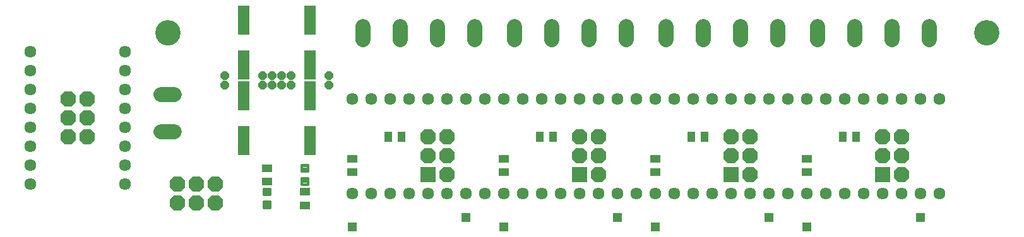
<source format=gts>
G75*
%MOIN*%
%OFA0B0*%
%FSLAX25Y25*%
%IPPOS*%
%LPD*%
%AMOC8*
5,1,8,0,0,1.08239X$1,22.5*
%
%ADD10C,0.06343*%
%ADD11C,0.13398*%
%ADD12R,0.08200X0.08200*%
%ADD13OC8,0.08200*%
%ADD14R,0.05524X0.03950*%
%ADD15R,0.03950X0.05524*%
%ADD16C,0.01421*%
%ADD17C,0.07850*%
%ADD18R,0.06312X0.15761*%
%ADD19OC8,0.04369*%
%ADD20R,0.04762X0.04762*%
D10*
X0007200Y0037407D03*
X0007200Y0047407D03*
X0007200Y0057407D03*
X0007200Y0067407D03*
X0007200Y0077407D03*
X0007200Y0087407D03*
X0007200Y0097407D03*
X0007200Y0107407D03*
X0057200Y0107407D03*
X0057200Y0097407D03*
X0057200Y0087407D03*
X0057200Y0077407D03*
X0057200Y0067407D03*
X0057200Y0057407D03*
X0057200Y0047407D03*
X0057200Y0037407D03*
X0177200Y0032407D03*
X0187200Y0032407D03*
X0197200Y0032407D03*
X0207200Y0032407D03*
X0217200Y0032407D03*
X0227200Y0032407D03*
X0237200Y0032407D03*
X0247200Y0032407D03*
X0257200Y0032407D03*
X0267200Y0032407D03*
X0277200Y0032407D03*
X0287200Y0032407D03*
X0297200Y0032407D03*
X0307200Y0032407D03*
X0317200Y0032407D03*
X0327200Y0032407D03*
X0337200Y0032407D03*
X0347200Y0032407D03*
X0357200Y0032407D03*
X0367200Y0032407D03*
X0377200Y0032407D03*
X0387200Y0032407D03*
X0397200Y0032407D03*
X0407200Y0032407D03*
X0417200Y0032407D03*
X0427200Y0032407D03*
X0437200Y0032407D03*
X0447200Y0032407D03*
X0457200Y0032407D03*
X0467200Y0032407D03*
X0477200Y0032407D03*
X0487200Y0032407D03*
X0487200Y0082407D03*
X0477200Y0082407D03*
X0467200Y0082407D03*
X0457200Y0082407D03*
X0447200Y0082407D03*
X0437200Y0082407D03*
X0427200Y0082407D03*
X0417200Y0082407D03*
X0407200Y0082407D03*
X0397200Y0082407D03*
X0387200Y0082407D03*
X0377200Y0082407D03*
X0367200Y0082407D03*
X0357200Y0082407D03*
X0347200Y0082407D03*
X0337200Y0082407D03*
X0327200Y0082407D03*
X0317200Y0082407D03*
X0307200Y0082407D03*
X0297200Y0082407D03*
X0287200Y0082407D03*
X0277200Y0082407D03*
X0267200Y0082407D03*
X0257200Y0082407D03*
X0247200Y0082407D03*
X0237200Y0082407D03*
X0227200Y0082407D03*
X0217200Y0082407D03*
X0207200Y0082407D03*
X0197200Y0082407D03*
X0187200Y0082407D03*
X0177200Y0082407D03*
D11*
X0079700Y0117407D03*
X0512200Y0117407D03*
D12*
X0457200Y0042407D03*
X0377200Y0042407D03*
X0297200Y0042407D03*
X0217200Y0042407D03*
D13*
X0084700Y0027407D03*
X0094700Y0027407D03*
X0104700Y0027407D03*
X0104700Y0037407D03*
X0094700Y0037407D03*
X0084700Y0037407D03*
X0037200Y0062407D03*
X0027200Y0062407D03*
X0027200Y0072407D03*
X0037200Y0072407D03*
X0037200Y0082407D03*
X0027200Y0082407D03*
X0217200Y0062407D03*
X0227200Y0062407D03*
X0227200Y0052407D03*
X0217200Y0052407D03*
X0227200Y0042407D03*
X0297200Y0052407D03*
X0307200Y0052407D03*
X0307200Y0062407D03*
X0297200Y0062407D03*
X0307200Y0042407D03*
X0377200Y0052407D03*
X0387200Y0052407D03*
X0387200Y0062407D03*
X0377200Y0062407D03*
X0387200Y0042407D03*
X0457200Y0052407D03*
X0467200Y0052407D03*
X0467200Y0062407D03*
X0457200Y0062407D03*
X0467200Y0042407D03*
D14*
X0417200Y0043864D03*
X0417200Y0050950D03*
X0337200Y0050950D03*
X0337200Y0043864D03*
X0257200Y0043864D03*
X0257200Y0050950D03*
X0177200Y0050950D03*
X0177200Y0043864D03*
X0152200Y0033450D03*
X0132200Y0038864D03*
X0132200Y0045950D03*
X0152200Y0026364D03*
D15*
X0196157Y0062407D03*
X0203243Y0062407D03*
X0276157Y0062407D03*
X0283243Y0062407D03*
X0356157Y0062407D03*
X0363243Y0062407D03*
X0436157Y0062407D03*
X0443243Y0062407D03*
D16*
X0153858Y0047518D02*
X0150542Y0047518D01*
X0153858Y0047518D02*
X0153858Y0044202D01*
X0150542Y0044202D01*
X0150542Y0047518D01*
X0150542Y0045622D02*
X0153858Y0045622D01*
X0153858Y0047042D02*
X0150542Y0047042D01*
X0150542Y0040612D02*
X0153858Y0040612D01*
X0153858Y0037296D01*
X0150542Y0037296D01*
X0150542Y0040612D01*
X0150542Y0038716D02*
X0153858Y0038716D01*
X0153858Y0040136D02*
X0150542Y0040136D01*
X0133858Y0031702D02*
X0130542Y0031702D01*
X0130542Y0035018D01*
X0133858Y0035018D01*
X0133858Y0031702D01*
X0133858Y0033122D02*
X0130542Y0033122D01*
X0130542Y0034542D02*
X0133858Y0034542D01*
X0133858Y0024796D02*
X0130542Y0024796D01*
X0130542Y0028112D01*
X0133858Y0028112D01*
X0133858Y0024796D01*
X0133858Y0026216D02*
X0130542Y0026216D01*
X0130542Y0027636D02*
X0133858Y0027636D01*
D17*
X0083225Y0065064D02*
X0076175Y0065064D01*
X0076175Y0084749D02*
X0083225Y0084749D01*
X0182672Y0113882D02*
X0182672Y0120932D01*
X0202357Y0120932D02*
X0202357Y0113882D01*
X0222043Y0113882D02*
X0222043Y0120932D01*
X0241728Y0120932D02*
X0241728Y0113882D01*
X0262672Y0113882D02*
X0262672Y0120932D01*
X0282357Y0120932D02*
X0282357Y0113882D01*
X0302043Y0113882D02*
X0302043Y0120932D01*
X0321728Y0120932D02*
X0321728Y0113882D01*
X0342672Y0113882D02*
X0342672Y0120932D01*
X0362357Y0120932D02*
X0362357Y0113882D01*
X0382043Y0113882D02*
X0382043Y0120932D01*
X0401728Y0120932D02*
X0401728Y0113882D01*
X0422672Y0113882D02*
X0422672Y0120932D01*
X0442357Y0120932D02*
X0442357Y0113882D01*
X0462043Y0113882D02*
X0462043Y0120932D01*
X0481728Y0120932D02*
X0481728Y0113882D01*
D18*
X0154700Y0124218D03*
X0119700Y0124218D03*
X0119700Y0100596D03*
X0154700Y0100596D03*
X0154700Y0084218D03*
X0119700Y0084218D03*
X0119700Y0060596D03*
X0154700Y0060596D03*
D19*
X0144700Y0089907D03*
X0139700Y0089907D03*
X0134700Y0089907D03*
X0129700Y0089907D03*
X0129700Y0094907D03*
X0134700Y0094907D03*
X0139700Y0094907D03*
X0144700Y0094907D03*
X0164700Y0094907D03*
X0164700Y0089907D03*
X0109700Y0089907D03*
X0109700Y0094907D03*
D20*
X0227200Y0042407D03*
X0307200Y0062407D03*
X0317200Y0019907D03*
X0337200Y0014907D03*
X0397200Y0019907D03*
X0417200Y0014907D03*
X0477200Y0019907D03*
X0257200Y0014907D03*
X0237200Y0019907D03*
X0177200Y0014907D03*
M02*

</source>
